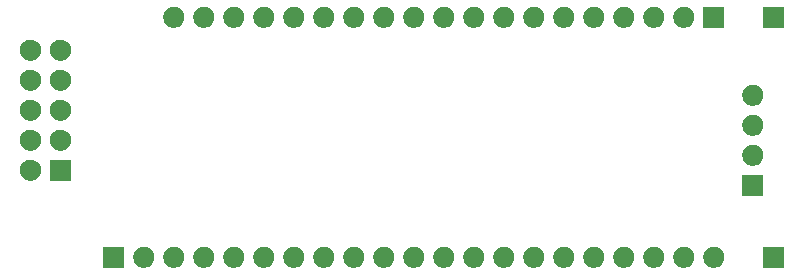
<source format=gbr>
G04 #@! TF.GenerationSoftware,KiCad,Pcbnew,(5.1.5)-3*
G04 #@! TF.CreationDate,2020-04-02T15:24:24+01:00*
G04 #@! TF.ProjectId,STM32L152_Dev_Board,53544d33-324c-4313-9532-5f4465765f42,rev?*
G04 #@! TF.SameCoordinates,Original*
G04 #@! TF.FileFunction,Soldermask,Bot*
G04 #@! TF.FilePolarity,Negative*
%FSLAX46Y46*%
G04 Gerber Fmt 4.6, Leading zero omitted, Abs format (unit mm)*
G04 Created by KiCad (PCBNEW (5.1.5)-3) date 2020-04-02 15:24:24*
%MOMM*%
%LPD*%
G04 APERTURE LIST*
%ADD10C,0.100000*%
G04 APERTURE END LIST*
D10*
G36*
X170293512Y-148455927D02*
G01*
X170442812Y-148485624D01*
X170606784Y-148553544D01*
X170754354Y-148652147D01*
X170879853Y-148777646D01*
X170978456Y-148925216D01*
X171046376Y-149089188D01*
X171081000Y-149263259D01*
X171081000Y-149440741D01*
X171046376Y-149614812D01*
X170978456Y-149778784D01*
X170879853Y-149926354D01*
X170754354Y-150051853D01*
X170606784Y-150150456D01*
X170442812Y-150218376D01*
X170293512Y-150248073D01*
X170268742Y-150253000D01*
X170091258Y-150253000D01*
X170066488Y-150248073D01*
X169917188Y-150218376D01*
X169753216Y-150150456D01*
X169605646Y-150051853D01*
X169480147Y-149926354D01*
X169381544Y-149778784D01*
X169313624Y-149614812D01*
X169279000Y-149440741D01*
X169279000Y-149263259D01*
X169313624Y-149089188D01*
X169381544Y-148925216D01*
X169480147Y-148777646D01*
X169605646Y-148652147D01*
X169753216Y-148553544D01*
X169917188Y-148485624D01*
X170066488Y-148455927D01*
X170091258Y-148451000D01*
X170268742Y-148451000D01*
X170293512Y-148455927D01*
G37*
G36*
X177913512Y-148455927D02*
G01*
X178062812Y-148485624D01*
X178226784Y-148553544D01*
X178374354Y-148652147D01*
X178499853Y-148777646D01*
X178598456Y-148925216D01*
X178666376Y-149089188D01*
X178701000Y-149263259D01*
X178701000Y-149440741D01*
X178666376Y-149614812D01*
X178598456Y-149778784D01*
X178499853Y-149926354D01*
X178374354Y-150051853D01*
X178226784Y-150150456D01*
X178062812Y-150218376D01*
X177913512Y-150248073D01*
X177888742Y-150253000D01*
X177711258Y-150253000D01*
X177686488Y-150248073D01*
X177537188Y-150218376D01*
X177373216Y-150150456D01*
X177225646Y-150051853D01*
X177100147Y-149926354D01*
X177001544Y-149778784D01*
X176933624Y-149614812D01*
X176899000Y-149440741D01*
X176899000Y-149263259D01*
X176933624Y-149089188D01*
X177001544Y-148925216D01*
X177100147Y-148777646D01*
X177225646Y-148652147D01*
X177373216Y-148553544D01*
X177537188Y-148485624D01*
X177686488Y-148455927D01*
X177711258Y-148451000D01*
X177888742Y-148451000D01*
X177913512Y-148455927D01*
G37*
G36*
X153301000Y-150253000D02*
G01*
X151499000Y-150253000D01*
X151499000Y-148451000D01*
X153301000Y-148451000D01*
X153301000Y-150253000D01*
G37*
G36*
X155053512Y-148455927D02*
G01*
X155202812Y-148485624D01*
X155366784Y-148553544D01*
X155514354Y-148652147D01*
X155639853Y-148777646D01*
X155738456Y-148925216D01*
X155806376Y-149089188D01*
X155841000Y-149263259D01*
X155841000Y-149440741D01*
X155806376Y-149614812D01*
X155738456Y-149778784D01*
X155639853Y-149926354D01*
X155514354Y-150051853D01*
X155366784Y-150150456D01*
X155202812Y-150218376D01*
X155053512Y-150248073D01*
X155028742Y-150253000D01*
X154851258Y-150253000D01*
X154826488Y-150248073D01*
X154677188Y-150218376D01*
X154513216Y-150150456D01*
X154365646Y-150051853D01*
X154240147Y-149926354D01*
X154141544Y-149778784D01*
X154073624Y-149614812D01*
X154039000Y-149440741D01*
X154039000Y-149263259D01*
X154073624Y-149089188D01*
X154141544Y-148925216D01*
X154240147Y-148777646D01*
X154365646Y-148652147D01*
X154513216Y-148553544D01*
X154677188Y-148485624D01*
X154826488Y-148455927D01*
X154851258Y-148451000D01*
X155028742Y-148451000D01*
X155053512Y-148455927D01*
G37*
G36*
X157593512Y-148455927D02*
G01*
X157742812Y-148485624D01*
X157906784Y-148553544D01*
X158054354Y-148652147D01*
X158179853Y-148777646D01*
X158278456Y-148925216D01*
X158346376Y-149089188D01*
X158381000Y-149263259D01*
X158381000Y-149440741D01*
X158346376Y-149614812D01*
X158278456Y-149778784D01*
X158179853Y-149926354D01*
X158054354Y-150051853D01*
X157906784Y-150150456D01*
X157742812Y-150218376D01*
X157593512Y-150248073D01*
X157568742Y-150253000D01*
X157391258Y-150253000D01*
X157366488Y-150248073D01*
X157217188Y-150218376D01*
X157053216Y-150150456D01*
X156905646Y-150051853D01*
X156780147Y-149926354D01*
X156681544Y-149778784D01*
X156613624Y-149614812D01*
X156579000Y-149440741D01*
X156579000Y-149263259D01*
X156613624Y-149089188D01*
X156681544Y-148925216D01*
X156780147Y-148777646D01*
X156905646Y-148652147D01*
X157053216Y-148553544D01*
X157217188Y-148485624D01*
X157366488Y-148455927D01*
X157391258Y-148451000D01*
X157568742Y-148451000D01*
X157593512Y-148455927D01*
G37*
G36*
X160133512Y-148455927D02*
G01*
X160282812Y-148485624D01*
X160446784Y-148553544D01*
X160594354Y-148652147D01*
X160719853Y-148777646D01*
X160818456Y-148925216D01*
X160886376Y-149089188D01*
X160921000Y-149263259D01*
X160921000Y-149440741D01*
X160886376Y-149614812D01*
X160818456Y-149778784D01*
X160719853Y-149926354D01*
X160594354Y-150051853D01*
X160446784Y-150150456D01*
X160282812Y-150218376D01*
X160133512Y-150248073D01*
X160108742Y-150253000D01*
X159931258Y-150253000D01*
X159906488Y-150248073D01*
X159757188Y-150218376D01*
X159593216Y-150150456D01*
X159445646Y-150051853D01*
X159320147Y-149926354D01*
X159221544Y-149778784D01*
X159153624Y-149614812D01*
X159119000Y-149440741D01*
X159119000Y-149263259D01*
X159153624Y-149089188D01*
X159221544Y-148925216D01*
X159320147Y-148777646D01*
X159445646Y-148652147D01*
X159593216Y-148553544D01*
X159757188Y-148485624D01*
X159906488Y-148455927D01*
X159931258Y-148451000D01*
X160108742Y-148451000D01*
X160133512Y-148455927D01*
G37*
G36*
X162673512Y-148455927D02*
G01*
X162822812Y-148485624D01*
X162986784Y-148553544D01*
X163134354Y-148652147D01*
X163259853Y-148777646D01*
X163358456Y-148925216D01*
X163426376Y-149089188D01*
X163461000Y-149263259D01*
X163461000Y-149440741D01*
X163426376Y-149614812D01*
X163358456Y-149778784D01*
X163259853Y-149926354D01*
X163134354Y-150051853D01*
X162986784Y-150150456D01*
X162822812Y-150218376D01*
X162673512Y-150248073D01*
X162648742Y-150253000D01*
X162471258Y-150253000D01*
X162446488Y-150248073D01*
X162297188Y-150218376D01*
X162133216Y-150150456D01*
X161985646Y-150051853D01*
X161860147Y-149926354D01*
X161761544Y-149778784D01*
X161693624Y-149614812D01*
X161659000Y-149440741D01*
X161659000Y-149263259D01*
X161693624Y-149089188D01*
X161761544Y-148925216D01*
X161860147Y-148777646D01*
X161985646Y-148652147D01*
X162133216Y-148553544D01*
X162297188Y-148485624D01*
X162446488Y-148455927D01*
X162471258Y-148451000D01*
X162648742Y-148451000D01*
X162673512Y-148455927D01*
G37*
G36*
X165213512Y-148455927D02*
G01*
X165362812Y-148485624D01*
X165526784Y-148553544D01*
X165674354Y-148652147D01*
X165799853Y-148777646D01*
X165898456Y-148925216D01*
X165966376Y-149089188D01*
X166001000Y-149263259D01*
X166001000Y-149440741D01*
X165966376Y-149614812D01*
X165898456Y-149778784D01*
X165799853Y-149926354D01*
X165674354Y-150051853D01*
X165526784Y-150150456D01*
X165362812Y-150218376D01*
X165213512Y-150248073D01*
X165188742Y-150253000D01*
X165011258Y-150253000D01*
X164986488Y-150248073D01*
X164837188Y-150218376D01*
X164673216Y-150150456D01*
X164525646Y-150051853D01*
X164400147Y-149926354D01*
X164301544Y-149778784D01*
X164233624Y-149614812D01*
X164199000Y-149440741D01*
X164199000Y-149263259D01*
X164233624Y-149089188D01*
X164301544Y-148925216D01*
X164400147Y-148777646D01*
X164525646Y-148652147D01*
X164673216Y-148553544D01*
X164837188Y-148485624D01*
X164986488Y-148455927D01*
X165011258Y-148451000D01*
X165188742Y-148451000D01*
X165213512Y-148455927D01*
G37*
G36*
X167753512Y-148455927D02*
G01*
X167902812Y-148485624D01*
X168066784Y-148553544D01*
X168214354Y-148652147D01*
X168339853Y-148777646D01*
X168438456Y-148925216D01*
X168506376Y-149089188D01*
X168541000Y-149263259D01*
X168541000Y-149440741D01*
X168506376Y-149614812D01*
X168438456Y-149778784D01*
X168339853Y-149926354D01*
X168214354Y-150051853D01*
X168066784Y-150150456D01*
X167902812Y-150218376D01*
X167753512Y-150248073D01*
X167728742Y-150253000D01*
X167551258Y-150253000D01*
X167526488Y-150248073D01*
X167377188Y-150218376D01*
X167213216Y-150150456D01*
X167065646Y-150051853D01*
X166940147Y-149926354D01*
X166841544Y-149778784D01*
X166773624Y-149614812D01*
X166739000Y-149440741D01*
X166739000Y-149263259D01*
X166773624Y-149089188D01*
X166841544Y-148925216D01*
X166940147Y-148777646D01*
X167065646Y-148652147D01*
X167213216Y-148553544D01*
X167377188Y-148485624D01*
X167526488Y-148455927D01*
X167551258Y-148451000D01*
X167728742Y-148451000D01*
X167753512Y-148455927D01*
G37*
G36*
X172833512Y-148455927D02*
G01*
X172982812Y-148485624D01*
X173146784Y-148553544D01*
X173294354Y-148652147D01*
X173419853Y-148777646D01*
X173518456Y-148925216D01*
X173586376Y-149089188D01*
X173621000Y-149263259D01*
X173621000Y-149440741D01*
X173586376Y-149614812D01*
X173518456Y-149778784D01*
X173419853Y-149926354D01*
X173294354Y-150051853D01*
X173146784Y-150150456D01*
X172982812Y-150218376D01*
X172833512Y-150248073D01*
X172808742Y-150253000D01*
X172631258Y-150253000D01*
X172606488Y-150248073D01*
X172457188Y-150218376D01*
X172293216Y-150150456D01*
X172145646Y-150051853D01*
X172020147Y-149926354D01*
X171921544Y-149778784D01*
X171853624Y-149614812D01*
X171819000Y-149440741D01*
X171819000Y-149263259D01*
X171853624Y-149089188D01*
X171921544Y-148925216D01*
X172020147Y-148777646D01*
X172145646Y-148652147D01*
X172293216Y-148553544D01*
X172457188Y-148485624D01*
X172606488Y-148455927D01*
X172631258Y-148451000D01*
X172808742Y-148451000D01*
X172833512Y-148455927D01*
G37*
G36*
X175373512Y-148455927D02*
G01*
X175522812Y-148485624D01*
X175686784Y-148553544D01*
X175834354Y-148652147D01*
X175959853Y-148777646D01*
X176058456Y-148925216D01*
X176126376Y-149089188D01*
X176161000Y-149263259D01*
X176161000Y-149440741D01*
X176126376Y-149614812D01*
X176058456Y-149778784D01*
X175959853Y-149926354D01*
X175834354Y-150051853D01*
X175686784Y-150150456D01*
X175522812Y-150218376D01*
X175373512Y-150248073D01*
X175348742Y-150253000D01*
X175171258Y-150253000D01*
X175146488Y-150248073D01*
X174997188Y-150218376D01*
X174833216Y-150150456D01*
X174685646Y-150051853D01*
X174560147Y-149926354D01*
X174461544Y-149778784D01*
X174393624Y-149614812D01*
X174359000Y-149440741D01*
X174359000Y-149263259D01*
X174393624Y-149089188D01*
X174461544Y-148925216D01*
X174560147Y-148777646D01*
X174685646Y-148652147D01*
X174833216Y-148553544D01*
X174997188Y-148485624D01*
X175146488Y-148455927D01*
X175171258Y-148451000D01*
X175348742Y-148451000D01*
X175373512Y-148455927D01*
G37*
G36*
X200773512Y-148455927D02*
G01*
X200922812Y-148485624D01*
X201086784Y-148553544D01*
X201234354Y-148652147D01*
X201359853Y-148777646D01*
X201458456Y-148925216D01*
X201526376Y-149089188D01*
X201561000Y-149263259D01*
X201561000Y-149440741D01*
X201526376Y-149614812D01*
X201458456Y-149778784D01*
X201359853Y-149926354D01*
X201234354Y-150051853D01*
X201086784Y-150150456D01*
X200922812Y-150218376D01*
X200773512Y-150248073D01*
X200748742Y-150253000D01*
X200571258Y-150253000D01*
X200546488Y-150248073D01*
X200397188Y-150218376D01*
X200233216Y-150150456D01*
X200085646Y-150051853D01*
X199960147Y-149926354D01*
X199861544Y-149778784D01*
X199793624Y-149614812D01*
X199759000Y-149440741D01*
X199759000Y-149263259D01*
X199793624Y-149089188D01*
X199861544Y-148925216D01*
X199960147Y-148777646D01*
X200085646Y-148652147D01*
X200233216Y-148553544D01*
X200397188Y-148485624D01*
X200546488Y-148455927D01*
X200571258Y-148451000D01*
X200748742Y-148451000D01*
X200773512Y-148455927D01*
G37*
G36*
X209181000Y-150253000D02*
G01*
X207379000Y-150253000D01*
X207379000Y-148451000D01*
X209181000Y-148451000D01*
X209181000Y-150253000D01*
G37*
G36*
X203313512Y-148455927D02*
G01*
X203462812Y-148485624D01*
X203626784Y-148553544D01*
X203774354Y-148652147D01*
X203899853Y-148777646D01*
X203998456Y-148925216D01*
X204066376Y-149089188D01*
X204101000Y-149263259D01*
X204101000Y-149440741D01*
X204066376Y-149614812D01*
X203998456Y-149778784D01*
X203899853Y-149926354D01*
X203774354Y-150051853D01*
X203626784Y-150150456D01*
X203462812Y-150218376D01*
X203313512Y-150248073D01*
X203288742Y-150253000D01*
X203111258Y-150253000D01*
X203086488Y-150248073D01*
X202937188Y-150218376D01*
X202773216Y-150150456D01*
X202625646Y-150051853D01*
X202500147Y-149926354D01*
X202401544Y-149778784D01*
X202333624Y-149614812D01*
X202299000Y-149440741D01*
X202299000Y-149263259D01*
X202333624Y-149089188D01*
X202401544Y-148925216D01*
X202500147Y-148777646D01*
X202625646Y-148652147D01*
X202773216Y-148553544D01*
X202937188Y-148485624D01*
X203086488Y-148455927D01*
X203111258Y-148451000D01*
X203288742Y-148451000D01*
X203313512Y-148455927D01*
G37*
G36*
X180453512Y-148455927D02*
G01*
X180602812Y-148485624D01*
X180766784Y-148553544D01*
X180914354Y-148652147D01*
X181039853Y-148777646D01*
X181138456Y-148925216D01*
X181206376Y-149089188D01*
X181241000Y-149263259D01*
X181241000Y-149440741D01*
X181206376Y-149614812D01*
X181138456Y-149778784D01*
X181039853Y-149926354D01*
X180914354Y-150051853D01*
X180766784Y-150150456D01*
X180602812Y-150218376D01*
X180453512Y-150248073D01*
X180428742Y-150253000D01*
X180251258Y-150253000D01*
X180226488Y-150248073D01*
X180077188Y-150218376D01*
X179913216Y-150150456D01*
X179765646Y-150051853D01*
X179640147Y-149926354D01*
X179541544Y-149778784D01*
X179473624Y-149614812D01*
X179439000Y-149440741D01*
X179439000Y-149263259D01*
X179473624Y-149089188D01*
X179541544Y-148925216D01*
X179640147Y-148777646D01*
X179765646Y-148652147D01*
X179913216Y-148553544D01*
X180077188Y-148485624D01*
X180226488Y-148455927D01*
X180251258Y-148451000D01*
X180428742Y-148451000D01*
X180453512Y-148455927D01*
G37*
G36*
X198233512Y-148455927D02*
G01*
X198382812Y-148485624D01*
X198546784Y-148553544D01*
X198694354Y-148652147D01*
X198819853Y-148777646D01*
X198918456Y-148925216D01*
X198986376Y-149089188D01*
X199021000Y-149263259D01*
X199021000Y-149440741D01*
X198986376Y-149614812D01*
X198918456Y-149778784D01*
X198819853Y-149926354D01*
X198694354Y-150051853D01*
X198546784Y-150150456D01*
X198382812Y-150218376D01*
X198233512Y-150248073D01*
X198208742Y-150253000D01*
X198031258Y-150253000D01*
X198006488Y-150248073D01*
X197857188Y-150218376D01*
X197693216Y-150150456D01*
X197545646Y-150051853D01*
X197420147Y-149926354D01*
X197321544Y-149778784D01*
X197253624Y-149614812D01*
X197219000Y-149440741D01*
X197219000Y-149263259D01*
X197253624Y-149089188D01*
X197321544Y-148925216D01*
X197420147Y-148777646D01*
X197545646Y-148652147D01*
X197693216Y-148553544D01*
X197857188Y-148485624D01*
X198006488Y-148455927D01*
X198031258Y-148451000D01*
X198208742Y-148451000D01*
X198233512Y-148455927D01*
G37*
G36*
X195693512Y-148455927D02*
G01*
X195842812Y-148485624D01*
X196006784Y-148553544D01*
X196154354Y-148652147D01*
X196279853Y-148777646D01*
X196378456Y-148925216D01*
X196446376Y-149089188D01*
X196481000Y-149263259D01*
X196481000Y-149440741D01*
X196446376Y-149614812D01*
X196378456Y-149778784D01*
X196279853Y-149926354D01*
X196154354Y-150051853D01*
X196006784Y-150150456D01*
X195842812Y-150218376D01*
X195693512Y-150248073D01*
X195668742Y-150253000D01*
X195491258Y-150253000D01*
X195466488Y-150248073D01*
X195317188Y-150218376D01*
X195153216Y-150150456D01*
X195005646Y-150051853D01*
X194880147Y-149926354D01*
X194781544Y-149778784D01*
X194713624Y-149614812D01*
X194679000Y-149440741D01*
X194679000Y-149263259D01*
X194713624Y-149089188D01*
X194781544Y-148925216D01*
X194880147Y-148777646D01*
X195005646Y-148652147D01*
X195153216Y-148553544D01*
X195317188Y-148485624D01*
X195466488Y-148455927D01*
X195491258Y-148451000D01*
X195668742Y-148451000D01*
X195693512Y-148455927D01*
G37*
G36*
X193153512Y-148455927D02*
G01*
X193302812Y-148485624D01*
X193466784Y-148553544D01*
X193614354Y-148652147D01*
X193739853Y-148777646D01*
X193838456Y-148925216D01*
X193906376Y-149089188D01*
X193941000Y-149263259D01*
X193941000Y-149440741D01*
X193906376Y-149614812D01*
X193838456Y-149778784D01*
X193739853Y-149926354D01*
X193614354Y-150051853D01*
X193466784Y-150150456D01*
X193302812Y-150218376D01*
X193153512Y-150248073D01*
X193128742Y-150253000D01*
X192951258Y-150253000D01*
X192926488Y-150248073D01*
X192777188Y-150218376D01*
X192613216Y-150150456D01*
X192465646Y-150051853D01*
X192340147Y-149926354D01*
X192241544Y-149778784D01*
X192173624Y-149614812D01*
X192139000Y-149440741D01*
X192139000Y-149263259D01*
X192173624Y-149089188D01*
X192241544Y-148925216D01*
X192340147Y-148777646D01*
X192465646Y-148652147D01*
X192613216Y-148553544D01*
X192777188Y-148485624D01*
X192926488Y-148455927D01*
X192951258Y-148451000D01*
X193128742Y-148451000D01*
X193153512Y-148455927D01*
G37*
G36*
X190613512Y-148455927D02*
G01*
X190762812Y-148485624D01*
X190926784Y-148553544D01*
X191074354Y-148652147D01*
X191199853Y-148777646D01*
X191298456Y-148925216D01*
X191366376Y-149089188D01*
X191401000Y-149263259D01*
X191401000Y-149440741D01*
X191366376Y-149614812D01*
X191298456Y-149778784D01*
X191199853Y-149926354D01*
X191074354Y-150051853D01*
X190926784Y-150150456D01*
X190762812Y-150218376D01*
X190613512Y-150248073D01*
X190588742Y-150253000D01*
X190411258Y-150253000D01*
X190386488Y-150248073D01*
X190237188Y-150218376D01*
X190073216Y-150150456D01*
X189925646Y-150051853D01*
X189800147Y-149926354D01*
X189701544Y-149778784D01*
X189633624Y-149614812D01*
X189599000Y-149440741D01*
X189599000Y-149263259D01*
X189633624Y-149089188D01*
X189701544Y-148925216D01*
X189800147Y-148777646D01*
X189925646Y-148652147D01*
X190073216Y-148553544D01*
X190237188Y-148485624D01*
X190386488Y-148455927D01*
X190411258Y-148451000D01*
X190588742Y-148451000D01*
X190613512Y-148455927D01*
G37*
G36*
X188073512Y-148455927D02*
G01*
X188222812Y-148485624D01*
X188386784Y-148553544D01*
X188534354Y-148652147D01*
X188659853Y-148777646D01*
X188758456Y-148925216D01*
X188826376Y-149089188D01*
X188861000Y-149263259D01*
X188861000Y-149440741D01*
X188826376Y-149614812D01*
X188758456Y-149778784D01*
X188659853Y-149926354D01*
X188534354Y-150051853D01*
X188386784Y-150150456D01*
X188222812Y-150218376D01*
X188073512Y-150248073D01*
X188048742Y-150253000D01*
X187871258Y-150253000D01*
X187846488Y-150248073D01*
X187697188Y-150218376D01*
X187533216Y-150150456D01*
X187385646Y-150051853D01*
X187260147Y-149926354D01*
X187161544Y-149778784D01*
X187093624Y-149614812D01*
X187059000Y-149440741D01*
X187059000Y-149263259D01*
X187093624Y-149089188D01*
X187161544Y-148925216D01*
X187260147Y-148777646D01*
X187385646Y-148652147D01*
X187533216Y-148553544D01*
X187697188Y-148485624D01*
X187846488Y-148455927D01*
X187871258Y-148451000D01*
X188048742Y-148451000D01*
X188073512Y-148455927D01*
G37*
G36*
X185533512Y-148455927D02*
G01*
X185682812Y-148485624D01*
X185846784Y-148553544D01*
X185994354Y-148652147D01*
X186119853Y-148777646D01*
X186218456Y-148925216D01*
X186286376Y-149089188D01*
X186321000Y-149263259D01*
X186321000Y-149440741D01*
X186286376Y-149614812D01*
X186218456Y-149778784D01*
X186119853Y-149926354D01*
X185994354Y-150051853D01*
X185846784Y-150150456D01*
X185682812Y-150218376D01*
X185533512Y-150248073D01*
X185508742Y-150253000D01*
X185331258Y-150253000D01*
X185306488Y-150248073D01*
X185157188Y-150218376D01*
X184993216Y-150150456D01*
X184845646Y-150051853D01*
X184720147Y-149926354D01*
X184621544Y-149778784D01*
X184553624Y-149614812D01*
X184519000Y-149440741D01*
X184519000Y-149263259D01*
X184553624Y-149089188D01*
X184621544Y-148925216D01*
X184720147Y-148777646D01*
X184845646Y-148652147D01*
X184993216Y-148553544D01*
X185157188Y-148485624D01*
X185306488Y-148455927D01*
X185331258Y-148451000D01*
X185508742Y-148451000D01*
X185533512Y-148455927D01*
G37*
G36*
X182993512Y-148455927D02*
G01*
X183142812Y-148485624D01*
X183306784Y-148553544D01*
X183454354Y-148652147D01*
X183579853Y-148777646D01*
X183678456Y-148925216D01*
X183746376Y-149089188D01*
X183781000Y-149263259D01*
X183781000Y-149440741D01*
X183746376Y-149614812D01*
X183678456Y-149778784D01*
X183579853Y-149926354D01*
X183454354Y-150051853D01*
X183306784Y-150150456D01*
X183142812Y-150218376D01*
X182993512Y-150248073D01*
X182968742Y-150253000D01*
X182791258Y-150253000D01*
X182766488Y-150248073D01*
X182617188Y-150218376D01*
X182453216Y-150150456D01*
X182305646Y-150051853D01*
X182180147Y-149926354D01*
X182081544Y-149778784D01*
X182013624Y-149614812D01*
X181979000Y-149440741D01*
X181979000Y-149263259D01*
X182013624Y-149089188D01*
X182081544Y-148925216D01*
X182180147Y-148777646D01*
X182305646Y-148652147D01*
X182453216Y-148553544D01*
X182617188Y-148485624D01*
X182766488Y-148455927D01*
X182791258Y-148451000D01*
X182968742Y-148451000D01*
X182993512Y-148455927D01*
G37*
G36*
X207403000Y-144157000D02*
G01*
X205601000Y-144157000D01*
X205601000Y-142355000D01*
X207403000Y-142355000D01*
X207403000Y-144157000D01*
G37*
G36*
X148779800Y-142887000D02*
G01*
X146977800Y-142887000D01*
X146977800Y-141085000D01*
X148779800Y-141085000D01*
X148779800Y-142887000D01*
G37*
G36*
X145452312Y-141089927D02*
G01*
X145601612Y-141119624D01*
X145765584Y-141187544D01*
X145913154Y-141286147D01*
X146038653Y-141411646D01*
X146137256Y-141559216D01*
X146205176Y-141723188D01*
X146239800Y-141897259D01*
X146239800Y-142074741D01*
X146205176Y-142248812D01*
X146137256Y-142412784D01*
X146038653Y-142560354D01*
X145913154Y-142685853D01*
X145765584Y-142784456D01*
X145601612Y-142852376D01*
X145452312Y-142882073D01*
X145427542Y-142887000D01*
X145250058Y-142887000D01*
X145225288Y-142882073D01*
X145075988Y-142852376D01*
X144912016Y-142784456D01*
X144764446Y-142685853D01*
X144638947Y-142560354D01*
X144540344Y-142412784D01*
X144472424Y-142248812D01*
X144437800Y-142074741D01*
X144437800Y-141897259D01*
X144472424Y-141723188D01*
X144540344Y-141559216D01*
X144638947Y-141411646D01*
X144764446Y-141286147D01*
X144912016Y-141187544D01*
X145075988Y-141119624D01*
X145225288Y-141089927D01*
X145250058Y-141085000D01*
X145427542Y-141085000D01*
X145452312Y-141089927D01*
G37*
G36*
X206615512Y-139819927D02*
G01*
X206764812Y-139849624D01*
X206928784Y-139917544D01*
X207076354Y-140016147D01*
X207201853Y-140141646D01*
X207300456Y-140289216D01*
X207368376Y-140453188D01*
X207403000Y-140627259D01*
X207403000Y-140804741D01*
X207368376Y-140978812D01*
X207300456Y-141142784D01*
X207201853Y-141290354D01*
X207076354Y-141415853D01*
X206928784Y-141514456D01*
X206764812Y-141582376D01*
X206615512Y-141612073D01*
X206590742Y-141617000D01*
X206413258Y-141617000D01*
X206388488Y-141612073D01*
X206239188Y-141582376D01*
X206075216Y-141514456D01*
X205927646Y-141415853D01*
X205802147Y-141290354D01*
X205703544Y-141142784D01*
X205635624Y-140978812D01*
X205601000Y-140804741D01*
X205601000Y-140627259D01*
X205635624Y-140453188D01*
X205703544Y-140289216D01*
X205802147Y-140141646D01*
X205927646Y-140016147D01*
X206075216Y-139917544D01*
X206239188Y-139849624D01*
X206388488Y-139819927D01*
X206413258Y-139815000D01*
X206590742Y-139815000D01*
X206615512Y-139819927D01*
G37*
G36*
X145452312Y-138549927D02*
G01*
X145601612Y-138579624D01*
X145765584Y-138647544D01*
X145913154Y-138746147D01*
X146038653Y-138871646D01*
X146137256Y-139019216D01*
X146205176Y-139183188D01*
X146239800Y-139357259D01*
X146239800Y-139534741D01*
X146205176Y-139708812D01*
X146137256Y-139872784D01*
X146038653Y-140020354D01*
X145913154Y-140145853D01*
X145765584Y-140244456D01*
X145601612Y-140312376D01*
X145452312Y-140342073D01*
X145427542Y-140347000D01*
X145250058Y-140347000D01*
X145225288Y-140342073D01*
X145075988Y-140312376D01*
X144912016Y-140244456D01*
X144764446Y-140145853D01*
X144638947Y-140020354D01*
X144540344Y-139872784D01*
X144472424Y-139708812D01*
X144437800Y-139534741D01*
X144437800Y-139357259D01*
X144472424Y-139183188D01*
X144540344Y-139019216D01*
X144638947Y-138871646D01*
X144764446Y-138746147D01*
X144912016Y-138647544D01*
X145075988Y-138579624D01*
X145225288Y-138549927D01*
X145250058Y-138545000D01*
X145427542Y-138545000D01*
X145452312Y-138549927D01*
G37*
G36*
X147992312Y-138549927D02*
G01*
X148141612Y-138579624D01*
X148305584Y-138647544D01*
X148453154Y-138746147D01*
X148578653Y-138871646D01*
X148677256Y-139019216D01*
X148745176Y-139183188D01*
X148779800Y-139357259D01*
X148779800Y-139534741D01*
X148745176Y-139708812D01*
X148677256Y-139872784D01*
X148578653Y-140020354D01*
X148453154Y-140145853D01*
X148305584Y-140244456D01*
X148141612Y-140312376D01*
X147992312Y-140342073D01*
X147967542Y-140347000D01*
X147790058Y-140347000D01*
X147765288Y-140342073D01*
X147615988Y-140312376D01*
X147452016Y-140244456D01*
X147304446Y-140145853D01*
X147178947Y-140020354D01*
X147080344Y-139872784D01*
X147012424Y-139708812D01*
X146977800Y-139534741D01*
X146977800Y-139357259D01*
X147012424Y-139183188D01*
X147080344Y-139019216D01*
X147178947Y-138871646D01*
X147304446Y-138746147D01*
X147452016Y-138647544D01*
X147615988Y-138579624D01*
X147765288Y-138549927D01*
X147790058Y-138545000D01*
X147967542Y-138545000D01*
X147992312Y-138549927D01*
G37*
G36*
X206615512Y-137279927D02*
G01*
X206764812Y-137309624D01*
X206928784Y-137377544D01*
X207076354Y-137476147D01*
X207201853Y-137601646D01*
X207300456Y-137749216D01*
X207368376Y-137913188D01*
X207403000Y-138087259D01*
X207403000Y-138264741D01*
X207368376Y-138438812D01*
X207300456Y-138602784D01*
X207201853Y-138750354D01*
X207076354Y-138875853D01*
X206928784Y-138974456D01*
X206764812Y-139042376D01*
X206615512Y-139072073D01*
X206590742Y-139077000D01*
X206413258Y-139077000D01*
X206388488Y-139072073D01*
X206239188Y-139042376D01*
X206075216Y-138974456D01*
X205927646Y-138875853D01*
X205802147Y-138750354D01*
X205703544Y-138602784D01*
X205635624Y-138438812D01*
X205601000Y-138264741D01*
X205601000Y-138087259D01*
X205635624Y-137913188D01*
X205703544Y-137749216D01*
X205802147Y-137601646D01*
X205927646Y-137476147D01*
X206075216Y-137377544D01*
X206239188Y-137309624D01*
X206388488Y-137279927D01*
X206413258Y-137275000D01*
X206590742Y-137275000D01*
X206615512Y-137279927D01*
G37*
G36*
X147992312Y-136009927D02*
G01*
X148141612Y-136039624D01*
X148305584Y-136107544D01*
X148453154Y-136206147D01*
X148578653Y-136331646D01*
X148677256Y-136479216D01*
X148745176Y-136643188D01*
X148779800Y-136817259D01*
X148779800Y-136994741D01*
X148745176Y-137168812D01*
X148677256Y-137332784D01*
X148578653Y-137480354D01*
X148453154Y-137605853D01*
X148305584Y-137704456D01*
X148141612Y-137772376D01*
X147992312Y-137802073D01*
X147967542Y-137807000D01*
X147790058Y-137807000D01*
X147765288Y-137802073D01*
X147615988Y-137772376D01*
X147452016Y-137704456D01*
X147304446Y-137605853D01*
X147178947Y-137480354D01*
X147080344Y-137332784D01*
X147012424Y-137168812D01*
X146977800Y-136994741D01*
X146977800Y-136817259D01*
X147012424Y-136643188D01*
X147080344Y-136479216D01*
X147178947Y-136331646D01*
X147304446Y-136206147D01*
X147452016Y-136107544D01*
X147615988Y-136039624D01*
X147765288Y-136009927D01*
X147790058Y-136005000D01*
X147967542Y-136005000D01*
X147992312Y-136009927D01*
G37*
G36*
X145452312Y-136009927D02*
G01*
X145601612Y-136039624D01*
X145765584Y-136107544D01*
X145913154Y-136206147D01*
X146038653Y-136331646D01*
X146137256Y-136479216D01*
X146205176Y-136643188D01*
X146239800Y-136817259D01*
X146239800Y-136994741D01*
X146205176Y-137168812D01*
X146137256Y-137332784D01*
X146038653Y-137480354D01*
X145913154Y-137605853D01*
X145765584Y-137704456D01*
X145601612Y-137772376D01*
X145452312Y-137802073D01*
X145427542Y-137807000D01*
X145250058Y-137807000D01*
X145225288Y-137802073D01*
X145075988Y-137772376D01*
X144912016Y-137704456D01*
X144764446Y-137605853D01*
X144638947Y-137480354D01*
X144540344Y-137332784D01*
X144472424Y-137168812D01*
X144437800Y-136994741D01*
X144437800Y-136817259D01*
X144472424Y-136643188D01*
X144540344Y-136479216D01*
X144638947Y-136331646D01*
X144764446Y-136206147D01*
X144912016Y-136107544D01*
X145075988Y-136039624D01*
X145225288Y-136009927D01*
X145250058Y-136005000D01*
X145427542Y-136005000D01*
X145452312Y-136009927D01*
G37*
G36*
X206615512Y-134739927D02*
G01*
X206764812Y-134769624D01*
X206928784Y-134837544D01*
X207076354Y-134936147D01*
X207201853Y-135061646D01*
X207300456Y-135209216D01*
X207368376Y-135373188D01*
X207403000Y-135547259D01*
X207403000Y-135724741D01*
X207368376Y-135898812D01*
X207300456Y-136062784D01*
X207201853Y-136210354D01*
X207076354Y-136335853D01*
X206928784Y-136434456D01*
X206764812Y-136502376D01*
X206615512Y-136532073D01*
X206590742Y-136537000D01*
X206413258Y-136537000D01*
X206388488Y-136532073D01*
X206239188Y-136502376D01*
X206075216Y-136434456D01*
X205927646Y-136335853D01*
X205802147Y-136210354D01*
X205703544Y-136062784D01*
X205635624Y-135898812D01*
X205601000Y-135724741D01*
X205601000Y-135547259D01*
X205635624Y-135373188D01*
X205703544Y-135209216D01*
X205802147Y-135061646D01*
X205927646Y-134936147D01*
X206075216Y-134837544D01*
X206239188Y-134769624D01*
X206388488Y-134739927D01*
X206413258Y-134735000D01*
X206590742Y-134735000D01*
X206615512Y-134739927D01*
G37*
G36*
X147992312Y-133469927D02*
G01*
X148141612Y-133499624D01*
X148305584Y-133567544D01*
X148453154Y-133666147D01*
X148578653Y-133791646D01*
X148677256Y-133939216D01*
X148745176Y-134103188D01*
X148779800Y-134277259D01*
X148779800Y-134454741D01*
X148745176Y-134628812D01*
X148677256Y-134792784D01*
X148578653Y-134940354D01*
X148453154Y-135065853D01*
X148305584Y-135164456D01*
X148141612Y-135232376D01*
X147992312Y-135262073D01*
X147967542Y-135267000D01*
X147790058Y-135267000D01*
X147765288Y-135262073D01*
X147615988Y-135232376D01*
X147452016Y-135164456D01*
X147304446Y-135065853D01*
X147178947Y-134940354D01*
X147080344Y-134792784D01*
X147012424Y-134628812D01*
X146977800Y-134454741D01*
X146977800Y-134277259D01*
X147012424Y-134103188D01*
X147080344Y-133939216D01*
X147178947Y-133791646D01*
X147304446Y-133666147D01*
X147452016Y-133567544D01*
X147615988Y-133499624D01*
X147765288Y-133469927D01*
X147790058Y-133465000D01*
X147967542Y-133465000D01*
X147992312Y-133469927D01*
G37*
G36*
X145452312Y-133469927D02*
G01*
X145601612Y-133499624D01*
X145765584Y-133567544D01*
X145913154Y-133666147D01*
X146038653Y-133791646D01*
X146137256Y-133939216D01*
X146205176Y-134103188D01*
X146239800Y-134277259D01*
X146239800Y-134454741D01*
X146205176Y-134628812D01*
X146137256Y-134792784D01*
X146038653Y-134940354D01*
X145913154Y-135065853D01*
X145765584Y-135164456D01*
X145601612Y-135232376D01*
X145452312Y-135262073D01*
X145427542Y-135267000D01*
X145250058Y-135267000D01*
X145225288Y-135262073D01*
X145075988Y-135232376D01*
X144912016Y-135164456D01*
X144764446Y-135065853D01*
X144638947Y-134940354D01*
X144540344Y-134792784D01*
X144472424Y-134628812D01*
X144437800Y-134454741D01*
X144437800Y-134277259D01*
X144472424Y-134103188D01*
X144540344Y-133939216D01*
X144638947Y-133791646D01*
X144764446Y-133666147D01*
X144912016Y-133567544D01*
X145075988Y-133499624D01*
X145225288Y-133469927D01*
X145250058Y-133465000D01*
X145427542Y-133465000D01*
X145452312Y-133469927D01*
G37*
G36*
X145452312Y-130929927D02*
G01*
X145601612Y-130959624D01*
X145765584Y-131027544D01*
X145913154Y-131126147D01*
X146038653Y-131251646D01*
X146137256Y-131399216D01*
X146205176Y-131563188D01*
X146239800Y-131737259D01*
X146239800Y-131914741D01*
X146205176Y-132088812D01*
X146137256Y-132252784D01*
X146038653Y-132400354D01*
X145913154Y-132525853D01*
X145765584Y-132624456D01*
X145601612Y-132692376D01*
X145452312Y-132722073D01*
X145427542Y-132727000D01*
X145250058Y-132727000D01*
X145225288Y-132722073D01*
X145075988Y-132692376D01*
X144912016Y-132624456D01*
X144764446Y-132525853D01*
X144638947Y-132400354D01*
X144540344Y-132252784D01*
X144472424Y-132088812D01*
X144437800Y-131914741D01*
X144437800Y-131737259D01*
X144472424Y-131563188D01*
X144540344Y-131399216D01*
X144638947Y-131251646D01*
X144764446Y-131126147D01*
X144912016Y-131027544D01*
X145075988Y-130959624D01*
X145225288Y-130929927D01*
X145250058Y-130925000D01*
X145427542Y-130925000D01*
X145452312Y-130929927D01*
G37*
G36*
X147992312Y-130929927D02*
G01*
X148141612Y-130959624D01*
X148305584Y-131027544D01*
X148453154Y-131126147D01*
X148578653Y-131251646D01*
X148677256Y-131399216D01*
X148745176Y-131563188D01*
X148779800Y-131737259D01*
X148779800Y-131914741D01*
X148745176Y-132088812D01*
X148677256Y-132252784D01*
X148578653Y-132400354D01*
X148453154Y-132525853D01*
X148305584Y-132624456D01*
X148141612Y-132692376D01*
X147992312Y-132722073D01*
X147967542Y-132727000D01*
X147790058Y-132727000D01*
X147765288Y-132722073D01*
X147615988Y-132692376D01*
X147452016Y-132624456D01*
X147304446Y-132525853D01*
X147178947Y-132400354D01*
X147080344Y-132252784D01*
X147012424Y-132088812D01*
X146977800Y-131914741D01*
X146977800Y-131737259D01*
X147012424Y-131563188D01*
X147080344Y-131399216D01*
X147178947Y-131251646D01*
X147304446Y-131126147D01*
X147452016Y-131027544D01*
X147615988Y-130959624D01*
X147765288Y-130929927D01*
X147790058Y-130925000D01*
X147967542Y-130925000D01*
X147992312Y-130929927D01*
G37*
G36*
X198233512Y-128135927D02*
G01*
X198382812Y-128165624D01*
X198546784Y-128233544D01*
X198694354Y-128332147D01*
X198819853Y-128457646D01*
X198918456Y-128605216D01*
X198986376Y-128769188D01*
X199021000Y-128943259D01*
X199021000Y-129120741D01*
X198986376Y-129294812D01*
X198918456Y-129458784D01*
X198819853Y-129606354D01*
X198694354Y-129731853D01*
X198546784Y-129830456D01*
X198382812Y-129898376D01*
X198233512Y-129928073D01*
X198208742Y-129933000D01*
X198031258Y-129933000D01*
X198006488Y-129928073D01*
X197857188Y-129898376D01*
X197693216Y-129830456D01*
X197545646Y-129731853D01*
X197420147Y-129606354D01*
X197321544Y-129458784D01*
X197253624Y-129294812D01*
X197219000Y-129120741D01*
X197219000Y-128943259D01*
X197253624Y-128769188D01*
X197321544Y-128605216D01*
X197420147Y-128457646D01*
X197545646Y-128332147D01*
X197693216Y-128233544D01*
X197857188Y-128165624D01*
X198006488Y-128135927D01*
X198031258Y-128131000D01*
X198208742Y-128131000D01*
X198233512Y-128135927D01*
G37*
G36*
X209181000Y-129933000D02*
G01*
X207379000Y-129933000D01*
X207379000Y-128131000D01*
X209181000Y-128131000D01*
X209181000Y-129933000D01*
G37*
G36*
X200773512Y-128135927D02*
G01*
X200922812Y-128165624D01*
X201086784Y-128233544D01*
X201234354Y-128332147D01*
X201359853Y-128457646D01*
X201458456Y-128605216D01*
X201526376Y-128769188D01*
X201561000Y-128943259D01*
X201561000Y-129120741D01*
X201526376Y-129294812D01*
X201458456Y-129458784D01*
X201359853Y-129606354D01*
X201234354Y-129731853D01*
X201086784Y-129830456D01*
X200922812Y-129898376D01*
X200773512Y-129928073D01*
X200748742Y-129933000D01*
X200571258Y-129933000D01*
X200546488Y-129928073D01*
X200397188Y-129898376D01*
X200233216Y-129830456D01*
X200085646Y-129731853D01*
X199960147Y-129606354D01*
X199861544Y-129458784D01*
X199793624Y-129294812D01*
X199759000Y-129120741D01*
X199759000Y-128943259D01*
X199793624Y-128769188D01*
X199861544Y-128605216D01*
X199960147Y-128457646D01*
X200085646Y-128332147D01*
X200233216Y-128233544D01*
X200397188Y-128165624D01*
X200546488Y-128135927D01*
X200571258Y-128131000D01*
X200748742Y-128131000D01*
X200773512Y-128135927D01*
G37*
G36*
X204101000Y-129933000D02*
G01*
X202299000Y-129933000D01*
X202299000Y-128131000D01*
X204101000Y-128131000D01*
X204101000Y-129933000D01*
G37*
G36*
X172833512Y-128135927D02*
G01*
X172982812Y-128165624D01*
X173146784Y-128233544D01*
X173294354Y-128332147D01*
X173419853Y-128457646D01*
X173518456Y-128605216D01*
X173586376Y-128769188D01*
X173621000Y-128943259D01*
X173621000Y-129120741D01*
X173586376Y-129294812D01*
X173518456Y-129458784D01*
X173419853Y-129606354D01*
X173294354Y-129731853D01*
X173146784Y-129830456D01*
X172982812Y-129898376D01*
X172833512Y-129928073D01*
X172808742Y-129933000D01*
X172631258Y-129933000D01*
X172606488Y-129928073D01*
X172457188Y-129898376D01*
X172293216Y-129830456D01*
X172145646Y-129731853D01*
X172020147Y-129606354D01*
X171921544Y-129458784D01*
X171853624Y-129294812D01*
X171819000Y-129120741D01*
X171819000Y-128943259D01*
X171853624Y-128769188D01*
X171921544Y-128605216D01*
X172020147Y-128457646D01*
X172145646Y-128332147D01*
X172293216Y-128233544D01*
X172457188Y-128165624D01*
X172606488Y-128135927D01*
X172631258Y-128131000D01*
X172808742Y-128131000D01*
X172833512Y-128135927D01*
G37*
G36*
X170293512Y-128135927D02*
G01*
X170442812Y-128165624D01*
X170606784Y-128233544D01*
X170754354Y-128332147D01*
X170879853Y-128457646D01*
X170978456Y-128605216D01*
X171046376Y-128769188D01*
X171081000Y-128943259D01*
X171081000Y-129120741D01*
X171046376Y-129294812D01*
X170978456Y-129458784D01*
X170879853Y-129606354D01*
X170754354Y-129731853D01*
X170606784Y-129830456D01*
X170442812Y-129898376D01*
X170293512Y-129928073D01*
X170268742Y-129933000D01*
X170091258Y-129933000D01*
X170066488Y-129928073D01*
X169917188Y-129898376D01*
X169753216Y-129830456D01*
X169605646Y-129731853D01*
X169480147Y-129606354D01*
X169381544Y-129458784D01*
X169313624Y-129294812D01*
X169279000Y-129120741D01*
X169279000Y-128943259D01*
X169313624Y-128769188D01*
X169381544Y-128605216D01*
X169480147Y-128457646D01*
X169605646Y-128332147D01*
X169753216Y-128233544D01*
X169917188Y-128165624D01*
X170066488Y-128135927D01*
X170091258Y-128131000D01*
X170268742Y-128131000D01*
X170293512Y-128135927D01*
G37*
G36*
X167753512Y-128135927D02*
G01*
X167902812Y-128165624D01*
X168066784Y-128233544D01*
X168214354Y-128332147D01*
X168339853Y-128457646D01*
X168438456Y-128605216D01*
X168506376Y-128769188D01*
X168541000Y-128943259D01*
X168541000Y-129120741D01*
X168506376Y-129294812D01*
X168438456Y-129458784D01*
X168339853Y-129606354D01*
X168214354Y-129731853D01*
X168066784Y-129830456D01*
X167902812Y-129898376D01*
X167753512Y-129928073D01*
X167728742Y-129933000D01*
X167551258Y-129933000D01*
X167526488Y-129928073D01*
X167377188Y-129898376D01*
X167213216Y-129830456D01*
X167065646Y-129731853D01*
X166940147Y-129606354D01*
X166841544Y-129458784D01*
X166773624Y-129294812D01*
X166739000Y-129120741D01*
X166739000Y-128943259D01*
X166773624Y-128769188D01*
X166841544Y-128605216D01*
X166940147Y-128457646D01*
X167065646Y-128332147D01*
X167213216Y-128233544D01*
X167377188Y-128165624D01*
X167526488Y-128135927D01*
X167551258Y-128131000D01*
X167728742Y-128131000D01*
X167753512Y-128135927D01*
G37*
G36*
X165213512Y-128135927D02*
G01*
X165362812Y-128165624D01*
X165526784Y-128233544D01*
X165674354Y-128332147D01*
X165799853Y-128457646D01*
X165898456Y-128605216D01*
X165966376Y-128769188D01*
X166001000Y-128943259D01*
X166001000Y-129120741D01*
X165966376Y-129294812D01*
X165898456Y-129458784D01*
X165799853Y-129606354D01*
X165674354Y-129731853D01*
X165526784Y-129830456D01*
X165362812Y-129898376D01*
X165213512Y-129928073D01*
X165188742Y-129933000D01*
X165011258Y-129933000D01*
X164986488Y-129928073D01*
X164837188Y-129898376D01*
X164673216Y-129830456D01*
X164525646Y-129731853D01*
X164400147Y-129606354D01*
X164301544Y-129458784D01*
X164233624Y-129294812D01*
X164199000Y-129120741D01*
X164199000Y-128943259D01*
X164233624Y-128769188D01*
X164301544Y-128605216D01*
X164400147Y-128457646D01*
X164525646Y-128332147D01*
X164673216Y-128233544D01*
X164837188Y-128165624D01*
X164986488Y-128135927D01*
X165011258Y-128131000D01*
X165188742Y-128131000D01*
X165213512Y-128135927D01*
G37*
G36*
X162673512Y-128135927D02*
G01*
X162822812Y-128165624D01*
X162986784Y-128233544D01*
X163134354Y-128332147D01*
X163259853Y-128457646D01*
X163358456Y-128605216D01*
X163426376Y-128769188D01*
X163461000Y-128943259D01*
X163461000Y-129120741D01*
X163426376Y-129294812D01*
X163358456Y-129458784D01*
X163259853Y-129606354D01*
X163134354Y-129731853D01*
X162986784Y-129830456D01*
X162822812Y-129898376D01*
X162673512Y-129928073D01*
X162648742Y-129933000D01*
X162471258Y-129933000D01*
X162446488Y-129928073D01*
X162297188Y-129898376D01*
X162133216Y-129830456D01*
X161985646Y-129731853D01*
X161860147Y-129606354D01*
X161761544Y-129458784D01*
X161693624Y-129294812D01*
X161659000Y-129120741D01*
X161659000Y-128943259D01*
X161693624Y-128769188D01*
X161761544Y-128605216D01*
X161860147Y-128457646D01*
X161985646Y-128332147D01*
X162133216Y-128233544D01*
X162297188Y-128165624D01*
X162446488Y-128135927D01*
X162471258Y-128131000D01*
X162648742Y-128131000D01*
X162673512Y-128135927D01*
G37*
G36*
X160133512Y-128135927D02*
G01*
X160282812Y-128165624D01*
X160446784Y-128233544D01*
X160594354Y-128332147D01*
X160719853Y-128457646D01*
X160818456Y-128605216D01*
X160886376Y-128769188D01*
X160921000Y-128943259D01*
X160921000Y-129120741D01*
X160886376Y-129294812D01*
X160818456Y-129458784D01*
X160719853Y-129606354D01*
X160594354Y-129731853D01*
X160446784Y-129830456D01*
X160282812Y-129898376D01*
X160133512Y-129928073D01*
X160108742Y-129933000D01*
X159931258Y-129933000D01*
X159906488Y-129928073D01*
X159757188Y-129898376D01*
X159593216Y-129830456D01*
X159445646Y-129731853D01*
X159320147Y-129606354D01*
X159221544Y-129458784D01*
X159153624Y-129294812D01*
X159119000Y-129120741D01*
X159119000Y-128943259D01*
X159153624Y-128769188D01*
X159221544Y-128605216D01*
X159320147Y-128457646D01*
X159445646Y-128332147D01*
X159593216Y-128233544D01*
X159757188Y-128165624D01*
X159906488Y-128135927D01*
X159931258Y-128131000D01*
X160108742Y-128131000D01*
X160133512Y-128135927D01*
G37*
G36*
X195693512Y-128135927D02*
G01*
X195842812Y-128165624D01*
X196006784Y-128233544D01*
X196154354Y-128332147D01*
X196279853Y-128457646D01*
X196378456Y-128605216D01*
X196446376Y-128769188D01*
X196481000Y-128943259D01*
X196481000Y-129120741D01*
X196446376Y-129294812D01*
X196378456Y-129458784D01*
X196279853Y-129606354D01*
X196154354Y-129731853D01*
X196006784Y-129830456D01*
X195842812Y-129898376D01*
X195693512Y-129928073D01*
X195668742Y-129933000D01*
X195491258Y-129933000D01*
X195466488Y-129928073D01*
X195317188Y-129898376D01*
X195153216Y-129830456D01*
X195005646Y-129731853D01*
X194880147Y-129606354D01*
X194781544Y-129458784D01*
X194713624Y-129294812D01*
X194679000Y-129120741D01*
X194679000Y-128943259D01*
X194713624Y-128769188D01*
X194781544Y-128605216D01*
X194880147Y-128457646D01*
X195005646Y-128332147D01*
X195153216Y-128233544D01*
X195317188Y-128165624D01*
X195466488Y-128135927D01*
X195491258Y-128131000D01*
X195668742Y-128131000D01*
X195693512Y-128135927D01*
G37*
G36*
X193153512Y-128135927D02*
G01*
X193302812Y-128165624D01*
X193466784Y-128233544D01*
X193614354Y-128332147D01*
X193739853Y-128457646D01*
X193838456Y-128605216D01*
X193906376Y-128769188D01*
X193941000Y-128943259D01*
X193941000Y-129120741D01*
X193906376Y-129294812D01*
X193838456Y-129458784D01*
X193739853Y-129606354D01*
X193614354Y-129731853D01*
X193466784Y-129830456D01*
X193302812Y-129898376D01*
X193153512Y-129928073D01*
X193128742Y-129933000D01*
X192951258Y-129933000D01*
X192926488Y-129928073D01*
X192777188Y-129898376D01*
X192613216Y-129830456D01*
X192465646Y-129731853D01*
X192340147Y-129606354D01*
X192241544Y-129458784D01*
X192173624Y-129294812D01*
X192139000Y-129120741D01*
X192139000Y-128943259D01*
X192173624Y-128769188D01*
X192241544Y-128605216D01*
X192340147Y-128457646D01*
X192465646Y-128332147D01*
X192613216Y-128233544D01*
X192777188Y-128165624D01*
X192926488Y-128135927D01*
X192951258Y-128131000D01*
X193128742Y-128131000D01*
X193153512Y-128135927D01*
G37*
G36*
X190613512Y-128135927D02*
G01*
X190762812Y-128165624D01*
X190926784Y-128233544D01*
X191074354Y-128332147D01*
X191199853Y-128457646D01*
X191298456Y-128605216D01*
X191366376Y-128769188D01*
X191401000Y-128943259D01*
X191401000Y-129120741D01*
X191366376Y-129294812D01*
X191298456Y-129458784D01*
X191199853Y-129606354D01*
X191074354Y-129731853D01*
X190926784Y-129830456D01*
X190762812Y-129898376D01*
X190613512Y-129928073D01*
X190588742Y-129933000D01*
X190411258Y-129933000D01*
X190386488Y-129928073D01*
X190237188Y-129898376D01*
X190073216Y-129830456D01*
X189925646Y-129731853D01*
X189800147Y-129606354D01*
X189701544Y-129458784D01*
X189633624Y-129294812D01*
X189599000Y-129120741D01*
X189599000Y-128943259D01*
X189633624Y-128769188D01*
X189701544Y-128605216D01*
X189800147Y-128457646D01*
X189925646Y-128332147D01*
X190073216Y-128233544D01*
X190237188Y-128165624D01*
X190386488Y-128135927D01*
X190411258Y-128131000D01*
X190588742Y-128131000D01*
X190613512Y-128135927D01*
G37*
G36*
X157593512Y-128135927D02*
G01*
X157742812Y-128165624D01*
X157906784Y-128233544D01*
X158054354Y-128332147D01*
X158179853Y-128457646D01*
X158278456Y-128605216D01*
X158346376Y-128769188D01*
X158381000Y-128943259D01*
X158381000Y-129120741D01*
X158346376Y-129294812D01*
X158278456Y-129458784D01*
X158179853Y-129606354D01*
X158054354Y-129731853D01*
X157906784Y-129830456D01*
X157742812Y-129898376D01*
X157593512Y-129928073D01*
X157568742Y-129933000D01*
X157391258Y-129933000D01*
X157366488Y-129928073D01*
X157217188Y-129898376D01*
X157053216Y-129830456D01*
X156905646Y-129731853D01*
X156780147Y-129606354D01*
X156681544Y-129458784D01*
X156613624Y-129294812D01*
X156579000Y-129120741D01*
X156579000Y-128943259D01*
X156613624Y-128769188D01*
X156681544Y-128605216D01*
X156780147Y-128457646D01*
X156905646Y-128332147D01*
X157053216Y-128233544D01*
X157217188Y-128165624D01*
X157366488Y-128135927D01*
X157391258Y-128131000D01*
X157568742Y-128131000D01*
X157593512Y-128135927D01*
G37*
G36*
X177913512Y-128135927D02*
G01*
X178062812Y-128165624D01*
X178226784Y-128233544D01*
X178374354Y-128332147D01*
X178499853Y-128457646D01*
X178598456Y-128605216D01*
X178666376Y-128769188D01*
X178701000Y-128943259D01*
X178701000Y-129120741D01*
X178666376Y-129294812D01*
X178598456Y-129458784D01*
X178499853Y-129606354D01*
X178374354Y-129731853D01*
X178226784Y-129830456D01*
X178062812Y-129898376D01*
X177913512Y-129928073D01*
X177888742Y-129933000D01*
X177711258Y-129933000D01*
X177686488Y-129928073D01*
X177537188Y-129898376D01*
X177373216Y-129830456D01*
X177225646Y-129731853D01*
X177100147Y-129606354D01*
X177001544Y-129458784D01*
X176933624Y-129294812D01*
X176899000Y-129120741D01*
X176899000Y-128943259D01*
X176933624Y-128769188D01*
X177001544Y-128605216D01*
X177100147Y-128457646D01*
X177225646Y-128332147D01*
X177373216Y-128233544D01*
X177537188Y-128165624D01*
X177686488Y-128135927D01*
X177711258Y-128131000D01*
X177888742Y-128131000D01*
X177913512Y-128135927D01*
G37*
G36*
X180453512Y-128135927D02*
G01*
X180602812Y-128165624D01*
X180766784Y-128233544D01*
X180914354Y-128332147D01*
X181039853Y-128457646D01*
X181138456Y-128605216D01*
X181206376Y-128769188D01*
X181241000Y-128943259D01*
X181241000Y-129120741D01*
X181206376Y-129294812D01*
X181138456Y-129458784D01*
X181039853Y-129606354D01*
X180914354Y-129731853D01*
X180766784Y-129830456D01*
X180602812Y-129898376D01*
X180453512Y-129928073D01*
X180428742Y-129933000D01*
X180251258Y-129933000D01*
X180226488Y-129928073D01*
X180077188Y-129898376D01*
X179913216Y-129830456D01*
X179765646Y-129731853D01*
X179640147Y-129606354D01*
X179541544Y-129458784D01*
X179473624Y-129294812D01*
X179439000Y-129120741D01*
X179439000Y-128943259D01*
X179473624Y-128769188D01*
X179541544Y-128605216D01*
X179640147Y-128457646D01*
X179765646Y-128332147D01*
X179913216Y-128233544D01*
X180077188Y-128165624D01*
X180226488Y-128135927D01*
X180251258Y-128131000D01*
X180428742Y-128131000D01*
X180453512Y-128135927D01*
G37*
G36*
X182993512Y-128135927D02*
G01*
X183142812Y-128165624D01*
X183306784Y-128233544D01*
X183454354Y-128332147D01*
X183579853Y-128457646D01*
X183678456Y-128605216D01*
X183746376Y-128769188D01*
X183781000Y-128943259D01*
X183781000Y-129120741D01*
X183746376Y-129294812D01*
X183678456Y-129458784D01*
X183579853Y-129606354D01*
X183454354Y-129731853D01*
X183306784Y-129830456D01*
X183142812Y-129898376D01*
X182993512Y-129928073D01*
X182968742Y-129933000D01*
X182791258Y-129933000D01*
X182766488Y-129928073D01*
X182617188Y-129898376D01*
X182453216Y-129830456D01*
X182305646Y-129731853D01*
X182180147Y-129606354D01*
X182081544Y-129458784D01*
X182013624Y-129294812D01*
X181979000Y-129120741D01*
X181979000Y-128943259D01*
X182013624Y-128769188D01*
X182081544Y-128605216D01*
X182180147Y-128457646D01*
X182305646Y-128332147D01*
X182453216Y-128233544D01*
X182617188Y-128165624D01*
X182766488Y-128135927D01*
X182791258Y-128131000D01*
X182968742Y-128131000D01*
X182993512Y-128135927D01*
G37*
G36*
X185533512Y-128135927D02*
G01*
X185682812Y-128165624D01*
X185846784Y-128233544D01*
X185994354Y-128332147D01*
X186119853Y-128457646D01*
X186218456Y-128605216D01*
X186286376Y-128769188D01*
X186321000Y-128943259D01*
X186321000Y-129120741D01*
X186286376Y-129294812D01*
X186218456Y-129458784D01*
X186119853Y-129606354D01*
X185994354Y-129731853D01*
X185846784Y-129830456D01*
X185682812Y-129898376D01*
X185533512Y-129928073D01*
X185508742Y-129933000D01*
X185331258Y-129933000D01*
X185306488Y-129928073D01*
X185157188Y-129898376D01*
X184993216Y-129830456D01*
X184845646Y-129731853D01*
X184720147Y-129606354D01*
X184621544Y-129458784D01*
X184553624Y-129294812D01*
X184519000Y-129120741D01*
X184519000Y-128943259D01*
X184553624Y-128769188D01*
X184621544Y-128605216D01*
X184720147Y-128457646D01*
X184845646Y-128332147D01*
X184993216Y-128233544D01*
X185157188Y-128165624D01*
X185306488Y-128135927D01*
X185331258Y-128131000D01*
X185508742Y-128131000D01*
X185533512Y-128135927D01*
G37*
G36*
X188073512Y-128135927D02*
G01*
X188222812Y-128165624D01*
X188386784Y-128233544D01*
X188534354Y-128332147D01*
X188659853Y-128457646D01*
X188758456Y-128605216D01*
X188826376Y-128769188D01*
X188861000Y-128943259D01*
X188861000Y-129120741D01*
X188826376Y-129294812D01*
X188758456Y-129458784D01*
X188659853Y-129606354D01*
X188534354Y-129731853D01*
X188386784Y-129830456D01*
X188222812Y-129898376D01*
X188073512Y-129928073D01*
X188048742Y-129933000D01*
X187871258Y-129933000D01*
X187846488Y-129928073D01*
X187697188Y-129898376D01*
X187533216Y-129830456D01*
X187385646Y-129731853D01*
X187260147Y-129606354D01*
X187161544Y-129458784D01*
X187093624Y-129294812D01*
X187059000Y-129120741D01*
X187059000Y-128943259D01*
X187093624Y-128769188D01*
X187161544Y-128605216D01*
X187260147Y-128457646D01*
X187385646Y-128332147D01*
X187533216Y-128233544D01*
X187697188Y-128165624D01*
X187846488Y-128135927D01*
X187871258Y-128131000D01*
X188048742Y-128131000D01*
X188073512Y-128135927D01*
G37*
G36*
X175373512Y-128135927D02*
G01*
X175522812Y-128165624D01*
X175686784Y-128233544D01*
X175834354Y-128332147D01*
X175959853Y-128457646D01*
X176058456Y-128605216D01*
X176126376Y-128769188D01*
X176161000Y-128943259D01*
X176161000Y-129120741D01*
X176126376Y-129294812D01*
X176058456Y-129458784D01*
X175959853Y-129606354D01*
X175834354Y-129731853D01*
X175686784Y-129830456D01*
X175522812Y-129898376D01*
X175373512Y-129928073D01*
X175348742Y-129933000D01*
X175171258Y-129933000D01*
X175146488Y-129928073D01*
X174997188Y-129898376D01*
X174833216Y-129830456D01*
X174685646Y-129731853D01*
X174560147Y-129606354D01*
X174461544Y-129458784D01*
X174393624Y-129294812D01*
X174359000Y-129120741D01*
X174359000Y-128943259D01*
X174393624Y-128769188D01*
X174461544Y-128605216D01*
X174560147Y-128457646D01*
X174685646Y-128332147D01*
X174833216Y-128233544D01*
X174997188Y-128165624D01*
X175146488Y-128135927D01*
X175171258Y-128131000D01*
X175348742Y-128131000D01*
X175373512Y-128135927D01*
G37*
M02*

</source>
